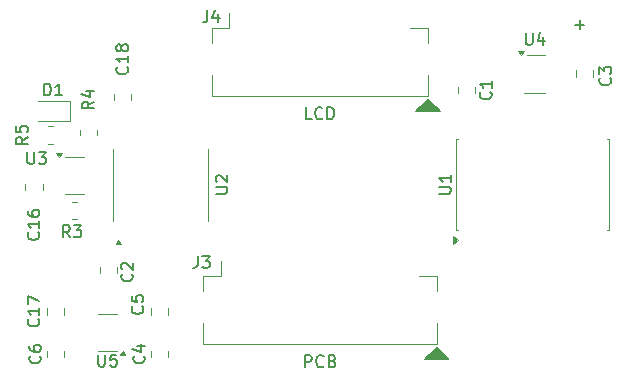
<source format=gto>
%TF.GenerationSoftware,KiCad,Pcbnew,8.0.9-8.0.9-0~ubuntu22.04.1*%
%TF.CreationDate,2025-08-19T21:28:46+02:00*%
%TF.ProjectId,KG_Disp_Adapter,4b475f44-6973-4705-9f41-646170746572,rev?*%
%TF.SameCoordinates,Original*%
%TF.FileFunction,Legend,Top*%
%TF.FilePolarity,Positive*%
%FSLAX46Y46*%
G04 Gerber Fmt 4.6, Leading zero omitted, Abs format (unit mm)*
G04 Created by KiCad (PCBNEW 8.0.9-8.0.9-0~ubuntu22.04.1) date 2025-08-19 21:28:46*
%MOMM*%
%LPD*%
G01*
G04 APERTURE LIST*
%ADD10C,0.150000*%
%ADD11C,0.120000*%
G04 APERTURE END LIST*
D10*
X165725008Y-115084999D02*
X163725008Y-115084999D01*
X164725008Y-114084999D01*
X165725008Y-115084999D01*
G36*
X165725008Y-115084999D02*
G01*
X163725008Y-115084999D01*
X164725008Y-114084999D01*
X165725008Y-115084999D01*
G37*
X166453101Y-136084999D02*
X164453101Y-136084999D01*
X165453101Y-135084999D01*
X166453101Y-136084999D01*
G36*
X166453101Y-136084999D02*
G01*
X164453101Y-136084999D01*
X165453101Y-135084999D01*
X166453101Y-136084999D01*
G37*
X177955959Y-107758865D02*
X177194055Y-107758865D01*
X177575007Y-108139818D02*
X177575007Y-107377913D01*
X154884531Y-115739818D02*
X154408341Y-115739818D01*
X154408341Y-115739818D02*
X154408341Y-114739818D01*
X155789293Y-115644579D02*
X155741674Y-115692199D01*
X155741674Y-115692199D02*
X155598817Y-115739818D01*
X155598817Y-115739818D02*
X155503579Y-115739818D01*
X155503579Y-115739818D02*
X155360722Y-115692199D01*
X155360722Y-115692199D02*
X155265484Y-115596960D01*
X155265484Y-115596960D02*
X155217865Y-115501722D01*
X155217865Y-115501722D02*
X155170246Y-115311246D01*
X155170246Y-115311246D02*
X155170246Y-115168389D01*
X155170246Y-115168389D02*
X155217865Y-114977913D01*
X155217865Y-114977913D02*
X155265484Y-114882675D01*
X155265484Y-114882675D02*
X155360722Y-114787437D01*
X155360722Y-114787437D02*
X155503579Y-114739818D01*
X155503579Y-114739818D02*
X155598817Y-114739818D01*
X155598817Y-114739818D02*
X155741674Y-114787437D01*
X155741674Y-114787437D02*
X155789293Y-114835056D01*
X156217865Y-115739818D02*
X156217865Y-114739818D01*
X156217865Y-114739818D02*
X156455960Y-114739818D01*
X156455960Y-114739818D02*
X156598817Y-114787437D01*
X156598817Y-114787437D02*
X156694055Y-114882675D01*
X156694055Y-114882675D02*
X156741674Y-114977913D01*
X156741674Y-114977913D02*
X156789293Y-115168389D01*
X156789293Y-115168389D02*
X156789293Y-115311246D01*
X156789293Y-115311246D02*
X156741674Y-115501722D01*
X156741674Y-115501722D02*
X156694055Y-115596960D01*
X156694055Y-115596960D02*
X156598817Y-115692199D01*
X156598817Y-115692199D02*
X156455960Y-115739818D01*
X156455960Y-115739818D02*
X156217865Y-115739818D01*
X154313103Y-136739818D02*
X154313103Y-135739818D01*
X154313103Y-135739818D02*
X154694055Y-135739818D01*
X154694055Y-135739818D02*
X154789293Y-135787437D01*
X154789293Y-135787437D02*
X154836912Y-135835056D01*
X154836912Y-135835056D02*
X154884531Y-135930294D01*
X154884531Y-135930294D02*
X154884531Y-136073151D01*
X154884531Y-136073151D02*
X154836912Y-136168389D01*
X154836912Y-136168389D02*
X154789293Y-136216008D01*
X154789293Y-136216008D02*
X154694055Y-136263627D01*
X154694055Y-136263627D02*
X154313103Y-136263627D01*
X155884531Y-136644579D02*
X155836912Y-136692199D01*
X155836912Y-136692199D02*
X155694055Y-136739818D01*
X155694055Y-136739818D02*
X155598817Y-136739818D01*
X155598817Y-136739818D02*
X155455960Y-136692199D01*
X155455960Y-136692199D02*
X155360722Y-136596960D01*
X155360722Y-136596960D02*
X155313103Y-136501722D01*
X155313103Y-136501722D02*
X155265484Y-136311246D01*
X155265484Y-136311246D02*
X155265484Y-136168389D01*
X155265484Y-136168389D02*
X155313103Y-135977913D01*
X155313103Y-135977913D02*
X155360722Y-135882675D01*
X155360722Y-135882675D02*
X155455960Y-135787437D01*
X155455960Y-135787437D02*
X155598817Y-135739818D01*
X155598817Y-135739818D02*
X155694055Y-135739818D01*
X155694055Y-135739818D02*
X155836912Y-135787437D01*
X155836912Y-135787437D02*
X155884531Y-135835056D01*
X156646436Y-136216008D02*
X156789293Y-136263627D01*
X156789293Y-136263627D02*
X156836912Y-136311246D01*
X156836912Y-136311246D02*
X156884531Y-136406484D01*
X156884531Y-136406484D02*
X156884531Y-136549341D01*
X156884531Y-136549341D02*
X156836912Y-136644579D01*
X156836912Y-136644579D02*
X156789293Y-136692199D01*
X156789293Y-136692199D02*
X156694055Y-136739818D01*
X156694055Y-136739818D02*
X156313103Y-136739818D01*
X156313103Y-136739818D02*
X156313103Y-135739818D01*
X156313103Y-135739818D02*
X156646436Y-135739818D01*
X156646436Y-135739818D02*
X156741674Y-135787437D01*
X156741674Y-135787437D02*
X156789293Y-135835056D01*
X156789293Y-135835056D02*
X156836912Y-135930294D01*
X156836912Y-135930294D02*
X156836912Y-136025532D01*
X156836912Y-136025532D02*
X156789293Y-136120770D01*
X156789293Y-136120770D02*
X156741674Y-136168389D01*
X156741674Y-136168389D02*
X156646436Y-136216008D01*
X156646436Y-136216008D02*
X156313103Y-136216008D01*
X180134588Y-112251665D02*
X180182208Y-112299284D01*
X180182208Y-112299284D02*
X180229827Y-112442141D01*
X180229827Y-112442141D02*
X180229827Y-112537379D01*
X180229827Y-112537379D02*
X180182208Y-112680236D01*
X180182208Y-112680236D02*
X180086969Y-112775474D01*
X180086969Y-112775474D02*
X179991731Y-112823093D01*
X179991731Y-112823093D02*
X179801255Y-112870712D01*
X179801255Y-112870712D02*
X179658398Y-112870712D01*
X179658398Y-112870712D02*
X179467922Y-112823093D01*
X179467922Y-112823093D02*
X179372684Y-112775474D01*
X179372684Y-112775474D02*
X179277446Y-112680236D01*
X179277446Y-112680236D02*
X179229827Y-112537379D01*
X179229827Y-112537379D02*
X179229827Y-112442141D01*
X179229827Y-112442141D02*
X179277446Y-112299284D01*
X179277446Y-112299284D02*
X179325065Y-112251665D01*
X179229827Y-111918331D02*
X179229827Y-111299284D01*
X179229827Y-111299284D02*
X179610779Y-111632617D01*
X179610779Y-111632617D02*
X179610779Y-111489760D01*
X179610779Y-111489760D02*
X179658398Y-111394522D01*
X179658398Y-111394522D02*
X179706017Y-111346903D01*
X179706017Y-111346903D02*
X179801255Y-111299284D01*
X179801255Y-111299284D02*
X180039350Y-111299284D01*
X180039350Y-111299284D02*
X180134588Y-111346903D01*
X180134588Y-111346903D02*
X180182208Y-111394522D01*
X180182208Y-111394522D02*
X180229827Y-111489760D01*
X180229827Y-111489760D02*
X180229827Y-111775474D01*
X180229827Y-111775474D02*
X180182208Y-111870712D01*
X180182208Y-111870712D02*
X180134588Y-111918331D01*
X139247088Y-111327856D02*
X139294708Y-111375475D01*
X139294708Y-111375475D02*
X139342327Y-111518332D01*
X139342327Y-111518332D02*
X139342327Y-111613570D01*
X139342327Y-111613570D02*
X139294708Y-111756427D01*
X139294708Y-111756427D02*
X139199469Y-111851665D01*
X139199469Y-111851665D02*
X139104231Y-111899284D01*
X139104231Y-111899284D02*
X138913755Y-111946903D01*
X138913755Y-111946903D02*
X138770898Y-111946903D01*
X138770898Y-111946903D02*
X138580422Y-111899284D01*
X138580422Y-111899284D02*
X138485184Y-111851665D01*
X138485184Y-111851665D02*
X138389946Y-111756427D01*
X138389946Y-111756427D02*
X138342327Y-111613570D01*
X138342327Y-111613570D02*
X138342327Y-111518332D01*
X138342327Y-111518332D02*
X138389946Y-111375475D01*
X138389946Y-111375475D02*
X138437565Y-111327856D01*
X139342327Y-110375475D02*
X139342327Y-110946903D01*
X139342327Y-110661189D02*
X138342327Y-110661189D01*
X138342327Y-110661189D02*
X138485184Y-110756427D01*
X138485184Y-110756427D02*
X138580422Y-110851665D01*
X138580422Y-110851665D02*
X138628041Y-110946903D01*
X138770898Y-109804046D02*
X138723279Y-109899284D01*
X138723279Y-109899284D02*
X138675660Y-109946903D01*
X138675660Y-109946903D02*
X138580422Y-109994522D01*
X138580422Y-109994522D02*
X138532803Y-109994522D01*
X138532803Y-109994522D02*
X138437565Y-109946903D01*
X138437565Y-109946903D02*
X138389946Y-109899284D01*
X138389946Y-109899284D02*
X138342327Y-109804046D01*
X138342327Y-109804046D02*
X138342327Y-109613570D01*
X138342327Y-109613570D02*
X138389946Y-109518332D01*
X138389946Y-109518332D02*
X138437565Y-109470713D01*
X138437565Y-109470713D02*
X138532803Y-109423094D01*
X138532803Y-109423094D02*
X138580422Y-109423094D01*
X138580422Y-109423094D02*
X138675660Y-109470713D01*
X138675660Y-109470713D02*
X138723279Y-109518332D01*
X138723279Y-109518332D02*
X138770898Y-109613570D01*
X138770898Y-109613570D02*
X138770898Y-109804046D01*
X138770898Y-109804046D02*
X138818517Y-109899284D01*
X138818517Y-109899284D02*
X138866136Y-109946903D01*
X138866136Y-109946903D02*
X138961374Y-109994522D01*
X138961374Y-109994522D02*
X139151850Y-109994522D01*
X139151850Y-109994522D02*
X139247088Y-109946903D01*
X139247088Y-109946903D02*
X139294708Y-109899284D01*
X139294708Y-109899284D02*
X139342327Y-109804046D01*
X139342327Y-109804046D02*
X139342327Y-109613570D01*
X139342327Y-109613570D02*
X139294708Y-109518332D01*
X139294708Y-109518332D02*
X139247088Y-109470713D01*
X139247088Y-109470713D02*
X139151850Y-109423094D01*
X139151850Y-109423094D02*
X138961374Y-109423094D01*
X138961374Y-109423094D02*
X138866136Y-109470713D01*
X138866136Y-109470713D02*
X138818517Y-109518332D01*
X138818517Y-109518332D02*
X138770898Y-109613570D01*
X139647088Y-128851665D02*
X139694708Y-128899284D01*
X139694708Y-128899284D02*
X139742327Y-129042141D01*
X139742327Y-129042141D02*
X139742327Y-129137379D01*
X139742327Y-129137379D02*
X139694708Y-129280236D01*
X139694708Y-129280236D02*
X139599469Y-129375474D01*
X139599469Y-129375474D02*
X139504231Y-129423093D01*
X139504231Y-129423093D02*
X139313755Y-129470712D01*
X139313755Y-129470712D02*
X139170898Y-129470712D01*
X139170898Y-129470712D02*
X138980422Y-129423093D01*
X138980422Y-129423093D02*
X138885184Y-129375474D01*
X138885184Y-129375474D02*
X138789946Y-129280236D01*
X138789946Y-129280236D02*
X138742327Y-129137379D01*
X138742327Y-129137379D02*
X138742327Y-129042141D01*
X138742327Y-129042141D02*
X138789946Y-128899284D01*
X138789946Y-128899284D02*
X138837565Y-128851665D01*
X138837565Y-128470712D02*
X138789946Y-128423093D01*
X138789946Y-128423093D02*
X138742327Y-128327855D01*
X138742327Y-128327855D02*
X138742327Y-128089760D01*
X138742327Y-128089760D02*
X138789946Y-127994522D01*
X138789946Y-127994522D02*
X138837565Y-127946903D01*
X138837565Y-127946903D02*
X138932803Y-127899284D01*
X138932803Y-127899284D02*
X139028041Y-127899284D01*
X139028041Y-127899284D02*
X139170898Y-127946903D01*
X139170898Y-127946903D02*
X139742327Y-128518331D01*
X139742327Y-128518331D02*
X139742327Y-127899284D01*
X130813103Y-118539818D02*
X130813103Y-119349341D01*
X130813103Y-119349341D02*
X130860722Y-119444579D01*
X130860722Y-119444579D02*
X130908341Y-119492199D01*
X130908341Y-119492199D02*
X131003579Y-119539818D01*
X131003579Y-119539818D02*
X131194055Y-119539818D01*
X131194055Y-119539818D02*
X131289293Y-119492199D01*
X131289293Y-119492199D02*
X131336912Y-119444579D01*
X131336912Y-119444579D02*
X131384531Y-119349341D01*
X131384531Y-119349341D02*
X131384531Y-118539818D01*
X131765484Y-118539818D02*
X132384531Y-118539818D01*
X132384531Y-118539818D02*
X132051198Y-118920770D01*
X132051198Y-118920770D02*
X132194055Y-118920770D01*
X132194055Y-118920770D02*
X132289293Y-118968389D01*
X132289293Y-118968389D02*
X132336912Y-119016008D01*
X132336912Y-119016008D02*
X132384531Y-119111246D01*
X132384531Y-119111246D02*
X132384531Y-119349341D01*
X132384531Y-119349341D02*
X132336912Y-119444579D01*
X132336912Y-119444579D02*
X132289293Y-119492199D01*
X132289293Y-119492199D02*
X132194055Y-119539818D01*
X132194055Y-119539818D02*
X131908341Y-119539818D01*
X131908341Y-119539818D02*
X131813103Y-119492199D01*
X131813103Y-119492199D02*
X131765484Y-119444579D01*
X131734588Y-125327856D02*
X131782208Y-125375475D01*
X131782208Y-125375475D02*
X131829827Y-125518332D01*
X131829827Y-125518332D02*
X131829827Y-125613570D01*
X131829827Y-125613570D02*
X131782208Y-125756427D01*
X131782208Y-125756427D02*
X131686969Y-125851665D01*
X131686969Y-125851665D02*
X131591731Y-125899284D01*
X131591731Y-125899284D02*
X131401255Y-125946903D01*
X131401255Y-125946903D02*
X131258398Y-125946903D01*
X131258398Y-125946903D02*
X131067922Y-125899284D01*
X131067922Y-125899284D02*
X130972684Y-125851665D01*
X130972684Y-125851665D02*
X130877446Y-125756427D01*
X130877446Y-125756427D02*
X130829827Y-125613570D01*
X130829827Y-125613570D02*
X130829827Y-125518332D01*
X130829827Y-125518332D02*
X130877446Y-125375475D01*
X130877446Y-125375475D02*
X130925065Y-125327856D01*
X131829827Y-124375475D02*
X131829827Y-124946903D01*
X131829827Y-124661189D02*
X130829827Y-124661189D01*
X130829827Y-124661189D02*
X130972684Y-124756427D01*
X130972684Y-124756427D02*
X131067922Y-124851665D01*
X131067922Y-124851665D02*
X131115541Y-124946903D01*
X130829827Y-123518332D02*
X130829827Y-123708808D01*
X130829827Y-123708808D02*
X130877446Y-123804046D01*
X130877446Y-123804046D02*
X130925065Y-123851665D01*
X130925065Y-123851665D02*
X131067922Y-123946903D01*
X131067922Y-123946903D02*
X131258398Y-123994522D01*
X131258398Y-123994522D02*
X131639350Y-123994522D01*
X131639350Y-123994522D02*
X131734588Y-123946903D01*
X131734588Y-123946903D02*
X131782208Y-123899284D01*
X131782208Y-123899284D02*
X131829827Y-123804046D01*
X131829827Y-123804046D02*
X131829827Y-123613570D01*
X131829827Y-123613570D02*
X131782208Y-123518332D01*
X131782208Y-123518332D02*
X131734588Y-123470713D01*
X131734588Y-123470713D02*
X131639350Y-123423094D01*
X131639350Y-123423094D02*
X131401255Y-123423094D01*
X131401255Y-123423094D02*
X131306017Y-123470713D01*
X131306017Y-123470713D02*
X131258398Y-123518332D01*
X131258398Y-123518332D02*
X131210779Y-123613570D01*
X131210779Y-123613570D02*
X131210779Y-123804046D01*
X131210779Y-123804046D02*
X131258398Y-123899284D01*
X131258398Y-123899284D02*
X131306017Y-123946903D01*
X131306017Y-123946903D02*
X131401255Y-123994522D01*
X140534588Y-131601665D02*
X140582208Y-131649284D01*
X140582208Y-131649284D02*
X140629827Y-131792141D01*
X140629827Y-131792141D02*
X140629827Y-131887379D01*
X140629827Y-131887379D02*
X140582208Y-132030236D01*
X140582208Y-132030236D02*
X140486969Y-132125474D01*
X140486969Y-132125474D02*
X140391731Y-132173093D01*
X140391731Y-132173093D02*
X140201255Y-132220712D01*
X140201255Y-132220712D02*
X140058398Y-132220712D01*
X140058398Y-132220712D02*
X139867922Y-132173093D01*
X139867922Y-132173093D02*
X139772684Y-132125474D01*
X139772684Y-132125474D02*
X139677446Y-132030236D01*
X139677446Y-132030236D02*
X139629827Y-131887379D01*
X139629827Y-131887379D02*
X139629827Y-131792141D01*
X139629827Y-131792141D02*
X139677446Y-131649284D01*
X139677446Y-131649284D02*
X139725065Y-131601665D01*
X139629827Y-130696903D02*
X139629827Y-131173093D01*
X139629827Y-131173093D02*
X140106017Y-131220712D01*
X140106017Y-131220712D02*
X140058398Y-131173093D01*
X140058398Y-131173093D02*
X140010779Y-131077855D01*
X140010779Y-131077855D02*
X140010779Y-130839760D01*
X140010779Y-130839760D02*
X140058398Y-130744522D01*
X140058398Y-130744522D02*
X140106017Y-130696903D01*
X140106017Y-130696903D02*
X140201255Y-130649284D01*
X140201255Y-130649284D02*
X140439350Y-130649284D01*
X140439350Y-130649284D02*
X140534588Y-130696903D01*
X140534588Y-130696903D02*
X140582208Y-130744522D01*
X140582208Y-130744522D02*
X140629827Y-130839760D01*
X140629827Y-130839760D02*
X140629827Y-131077855D01*
X140629827Y-131077855D02*
X140582208Y-131173093D01*
X140582208Y-131173093D02*
X140534588Y-131220712D01*
X146742327Y-122046903D02*
X147551850Y-122046903D01*
X147551850Y-122046903D02*
X147647088Y-121999284D01*
X147647088Y-121999284D02*
X147694708Y-121951665D01*
X147694708Y-121951665D02*
X147742327Y-121856427D01*
X147742327Y-121856427D02*
X147742327Y-121665951D01*
X147742327Y-121665951D02*
X147694708Y-121570713D01*
X147694708Y-121570713D02*
X147647088Y-121523094D01*
X147647088Y-121523094D02*
X147551850Y-121475475D01*
X147551850Y-121475475D02*
X146742327Y-121475475D01*
X146837565Y-121046903D02*
X146789946Y-120999284D01*
X146789946Y-120999284D02*
X146742327Y-120904046D01*
X146742327Y-120904046D02*
X146742327Y-120665951D01*
X146742327Y-120665951D02*
X146789946Y-120570713D01*
X146789946Y-120570713D02*
X146837565Y-120523094D01*
X146837565Y-120523094D02*
X146932803Y-120475475D01*
X146932803Y-120475475D02*
X147028041Y-120475475D01*
X147028041Y-120475475D02*
X147170898Y-120523094D01*
X147170898Y-120523094D02*
X147742327Y-121094522D01*
X147742327Y-121094522D02*
X147742327Y-120475475D01*
X130829827Y-117251665D02*
X130353636Y-117584998D01*
X130829827Y-117823093D02*
X129829827Y-117823093D01*
X129829827Y-117823093D02*
X129829827Y-117442141D01*
X129829827Y-117442141D02*
X129877446Y-117346903D01*
X129877446Y-117346903D02*
X129925065Y-117299284D01*
X129925065Y-117299284D02*
X130020303Y-117251665D01*
X130020303Y-117251665D02*
X130163160Y-117251665D01*
X130163160Y-117251665D02*
X130258398Y-117299284D01*
X130258398Y-117299284D02*
X130306017Y-117346903D01*
X130306017Y-117346903D02*
X130353636Y-117442141D01*
X130353636Y-117442141D02*
X130353636Y-117823093D01*
X129829827Y-116346903D02*
X129829827Y-116823093D01*
X129829827Y-116823093D02*
X130306017Y-116870712D01*
X130306017Y-116870712D02*
X130258398Y-116823093D01*
X130258398Y-116823093D02*
X130210779Y-116727855D01*
X130210779Y-116727855D02*
X130210779Y-116489760D01*
X130210779Y-116489760D02*
X130258398Y-116394522D01*
X130258398Y-116394522D02*
X130306017Y-116346903D01*
X130306017Y-116346903D02*
X130401255Y-116299284D01*
X130401255Y-116299284D02*
X130639350Y-116299284D01*
X130639350Y-116299284D02*
X130734588Y-116346903D01*
X130734588Y-116346903D02*
X130782208Y-116394522D01*
X130782208Y-116394522D02*
X130829827Y-116489760D01*
X130829827Y-116489760D02*
X130829827Y-116727855D01*
X130829827Y-116727855D02*
X130782208Y-116823093D01*
X130782208Y-116823093D02*
X130734588Y-116870712D01*
X140654588Y-135801665D02*
X140702208Y-135849284D01*
X140702208Y-135849284D02*
X140749827Y-135992141D01*
X140749827Y-135992141D02*
X140749827Y-136087379D01*
X140749827Y-136087379D02*
X140702208Y-136230236D01*
X140702208Y-136230236D02*
X140606969Y-136325474D01*
X140606969Y-136325474D02*
X140511731Y-136373093D01*
X140511731Y-136373093D02*
X140321255Y-136420712D01*
X140321255Y-136420712D02*
X140178398Y-136420712D01*
X140178398Y-136420712D02*
X139987922Y-136373093D01*
X139987922Y-136373093D02*
X139892684Y-136325474D01*
X139892684Y-136325474D02*
X139797446Y-136230236D01*
X139797446Y-136230236D02*
X139749827Y-136087379D01*
X139749827Y-136087379D02*
X139749827Y-135992141D01*
X139749827Y-135992141D02*
X139797446Y-135849284D01*
X139797446Y-135849284D02*
X139845065Y-135801665D01*
X140083160Y-134944522D02*
X140749827Y-134944522D01*
X139702208Y-135182617D02*
X140416493Y-135420712D01*
X140416493Y-135420712D02*
X140416493Y-134801665D01*
X173013103Y-108439818D02*
X173013103Y-109249341D01*
X173013103Y-109249341D02*
X173060722Y-109344579D01*
X173060722Y-109344579D02*
X173108341Y-109392199D01*
X173108341Y-109392199D02*
X173203579Y-109439818D01*
X173203579Y-109439818D02*
X173394055Y-109439818D01*
X173394055Y-109439818D02*
X173489293Y-109392199D01*
X173489293Y-109392199D02*
X173536912Y-109344579D01*
X173536912Y-109344579D02*
X173584531Y-109249341D01*
X173584531Y-109249341D02*
X173584531Y-108439818D01*
X174489293Y-108773151D02*
X174489293Y-109439818D01*
X174251198Y-108392199D02*
X174013103Y-109106484D01*
X174013103Y-109106484D02*
X174632150Y-109106484D01*
X165679827Y-122046903D02*
X166489350Y-122046903D01*
X166489350Y-122046903D02*
X166584588Y-121999284D01*
X166584588Y-121999284D02*
X166632208Y-121951665D01*
X166632208Y-121951665D02*
X166679827Y-121856427D01*
X166679827Y-121856427D02*
X166679827Y-121665951D01*
X166679827Y-121665951D02*
X166632208Y-121570713D01*
X166632208Y-121570713D02*
X166584588Y-121523094D01*
X166584588Y-121523094D02*
X166489350Y-121475475D01*
X166489350Y-121475475D02*
X165679827Y-121475475D01*
X166679827Y-120475475D02*
X166679827Y-121046903D01*
X166679827Y-120761189D02*
X165679827Y-120761189D01*
X165679827Y-120761189D02*
X165822684Y-120856427D01*
X165822684Y-120856427D02*
X165917922Y-120951665D01*
X165917922Y-120951665D02*
X165965541Y-121046903D01*
X136813103Y-135689818D02*
X136813103Y-136499341D01*
X136813103Y-136499341D02*
X136860722Y-136594579D01*
X136860722Y-136594579D02*
X136908341Y-136642199D01*
X136908341Y-136642199D02*
X137003579Y-136689818D01*
X137003579Y-136689818D02*
X137194055Y-136689818D01*
X137194055Y-136689818D02*
X137289293Y-136642199D01*
X137289293Y-136642199D02*
X137336912Y-136594579D01*
X137336912Y-136594579D02*
X137384531Y-136499341D01*
X137384531Y-136499341D02*
X137384531Y-135689818D01*
X138336912Y-135689818D02*
X137860722Y-135689818D01*
X137860722Y-135689818D02*
X137813103Y-136166008D01*
X137813103Y-136166008D02*
X137860722Y-136118389D01*
X137860722Y-136118389D02*
X137955960Y-136070770D01*
X137955960Y-136070770D02*
X138194055Y-136070770D01*
X138194055Y-136070770D02*
X138289293Y-136118389D01*
X138289293Y-136118389D02*
X138336912Y-136166008D01*
X138336912Y-136166008D02*
X138384531Y-136261246D01*
X138384531Y-136261246D02*
X138384531Y-136499341D01*
X138384531Y-136499341D02*
X138336912Y-136594579D01*
X138336912Y-136594579D02*
X138289293Y-136642199D01*
X138289293Y-136642199D02*
X138194055Y-136689818D01*
X138194055Y-136689818D02*
X137955960Y-136689818D01*
X137955960Y-136689818D02*
X137860722Y-136642199D01*
X137860722Y-136642199D02*
X137813103Y-136594579D01*
X132236913Y-113739818D02*
X132236913Y-112739818D01*
X132236913Y-112739818D02*
X132475008Y-112739818D01*
X132475008Y-112739818D02*
X132617865Y-112787437D01*
X132617865Y-112787437D02*
X132713103Y-112882675D01*
X132713103Y-112882675D02*
X132760722Y-112977913D01*
X132760722Y-112977913D02*
X132808341Y-113168389D01*
X132808341Y-113168389D02*
X132808341Y-113311246D01*
X132808341Y-113311246D02*
X132760722Y-113501722D01*
X132760722Y-113501722D02*
X132713103Y-113596960D01*
X132713103Y-113596960D02*
X132617865Y-113692199D01*
X132617865Y-113692199D02*
X132475008Y-113739818D01*
X132475008Y-113739818D02*
X132236913Y-113739818D01*
X133760722Y-113739818D02*
X133189294Y-113739818D01*
X133475008Y-113739818D02*
X133475008Y-112739818D01*
X133475008Y-112739818D02*
X133379770Y-112882675D01*
X133379770Y-112882675D02*
X133284532Y-112977913D01*
X133284532Y-112977913D02*
X133189294Y-113025532D01*
X146041674Y-106539818D02*
X146041674Y-107254103D01*
X146041674Y-107254103D02*
X145994055Y-107396960D01*
X145994055Y-107396960D02*
X145898817Y-107492199D01*
X145898817Y-107492199D02*
X145755960Y-107539818D01*
X145755960Y-107539818D02*
X145660722Y-107539818D01*
X146946436Y-106873151D02*
X146946436Y-107539818D01*
X146708341Y-106492199D02*
X146470246Y-107206484D01*
X146470246Y-107206484D02*
X147089293Y-107206484D01*
X131854588Y-135801665D02*
X131902208Y-135849284D01*
X131902208Y-135849284D02*
X131949827Y-135992141D01*
X131949827Y-135992141D02*
X131949827Y-136087379D01*
X131949827Y-136087379D02*
X131902208Y-136230236D01*
X131902208Y-136230236D02*
X131806969Y-136325474D01*
X131806969Y-136325474D02*
X131711731Y-136373093D01*
X131711731Y-136373093D02*
X131521255Y-136420712D01*
X131521255Y-136420712D02*
X131378398Y-136420712D01*
X131378398Y-136420712D02*
X131187922Y-136373093D01*
X131187922Y-136373093D02*
X131092684Y-136325474D01*
X131092684Y-136325474D02*
X130997446Y-136230236D01*
X130997446Y-136230236D02*
X130949827Y-136087379D01*
X130949827Y-136087379D02*
X130949827Y-135992141D01*
X130949827Y-135992141D02*
X130997446Y-135849284D01*
X130997446Y-135849284D02*
X131045065Y-135801665D01*
X130949827Y-134944522D02*
X130949827Y-135134998D01*
X130949827Y-135134998D02*
X130997446Y-135230236D01*
X130997446Y-135230236D02*
X131045065Y-135277855D01*
X131045065Y-135277855D02*
X131187922Y-135373093D01*
X131187922Y-135373093D02*
X131378398Y-135420712D01*
X131378398Y-135420712D02*
X131759350Y-135420712D01*
X131759350Y-135420712D02*
X131854588Y-135373093D01*
X131854588Y-135373093D02*
X131902208Y-135325474D01*
X131902208Y-135325474D02*
X131949827Y-135230236D01*
X131949827Y-135230236D02*
X131949827Y-135039760D01*
X131949827Y-135039760D02*
X131902208Y-134944522D01*
X131902208Y-134944522D02*
X131854588Y-134896903D01*
X131854588Y-134896903D02*
X131759350Y-134849284D01*
X131759350Y-134849284D02*
X131521255Y-134849284D01*
X131521255Y-134849284D02*
X131426017Y-134896903D01*
X131426017Y-134896903D02*
X131378398Y-134944522D01*
X131378398Y-134944522D02*
X131330779Y-135039760D01*
X131330779Y-135039760D02*
X131330779Y-135230236D01*
X131330779Y-135230236D02*
X131378398Y-135325474D01*
X131378398Y-135325474D02*
X131426017Y-135373093D01*
X131426017Y-135373093D02*
X131521255Y-135420712D01*
X131734588Y-132677856D02*
X131782208Y-132725475D01*
X131782208Y-132725475D02*
X131829827Y-132868332D01*
X131829827Y-132868332D02*
X131829827Y-132963570D01*
X131829827Y-132963570D02*
X131782208Y-133106427D01*
X131782208Y-133106427D02*
X131686969Y-133201665D01*
X131686969Y-133201665D02*
X131591731Y-133249284D01*
X131591731Y-133249284D02*
X131401255Y-133296903D01*
X131401255Y-133296903D02*
X131258398Y-133296903D01*
X131258398Y-133296903D02*
X131067922Y-133249284D01*
X131067922Y-133249284D02*
X130972684Y-133201665D01*
X130972684Y-133201665D02*
X130877446Y-133106427D01*
X130877446Y-133106427D02*
X130829827Y-132963570D01*
X130829827Y-132963570D02*
X130829827Y-132868332D01*
X130829827Y-132868332D02*
X130877446Y-132725475D01*
X130877446Y-132725475D02*
X130925065Y-132677856D01*
X131829827Y-131725475D02*
X131829827Y-132296903D01*
X131829827Y-132011189D02*
X130829827Y-132011189D01*
X130829827Y-132011189D02*
X130972684Y-132106427D01*
X130972684Y-132106427D02*
X131067922Y-132201665D01*
X131067922Y-132201665D02*
X131115541Y-132296903D01*
X130829827Y-131392141D02*
X130829827Y-130725475D01*
X130829827Y-130725475D02*
X131829827Y-131154046D01*
X170014588Y-113451665D02*
X170062208Y-113499284D01*
X170062208Y-113499284D02*
X170109827Y-113642141D01*
X170109827Y-113642141D02*
X170109827Y-113737379D01*
X170109827Y-113737379D02*
X170062208Y-113880236D01*
X170062208Y-113880236D02*
X169966969Y-113975474D01*
X169966969Y-113975474D02*
X169871731Y-114023093D01*
X169871731Y-114023093D02*
X169681255Y-114070712D01*
X169681255Y-114070712D02*
X169538398Y-114070712D01*
X169538398Y-114070712D02*
X169347922Y-114023093D01*
X169347922Y-114023093D02*
X169252684Y-113975474D01*
X169252684Y-113975474D02*
X169157446Y-113880236D01*
X169157446Y-113880236D02*
X169109827Y-113737379D01*
X169109827Y-113737379D02*
X169109827Y-113642141D01*
X169109827Y-113642141D02*
X169157446Y-113499284D01*
X169157446Y-113499284D02*
X169205065Y-113451665D01*
X170109827Y-112499284D02*
X170109827Y-113070712D01*
X170109827Y-112784998D02*
X169109827Y-112784998D01*
X169109827Y-112784998D02*
X169252684Y-112880236D01*
X169252684Y-112880236D02*
X169347922Y-112975474D01*
X169347922Y-112975474D02*
X169395541Y-113070712D01*
X134408341Y-125739818D02*
X134075008Y-125263627D01*
X133836913Y-125739818D02*
X133836913Y-124739818D01*
X133836913Y-124739818D02*
X134217865Y-124739818D01*
X134217865Y-124739818D02*
X134313103Y-124787437D01*
X134313103Y-124787437D02*
X134360722Y-124835056D01*
X134360722Y-124835056D02*
X134408341Y-124930294D01*
X134408341Y-124930294D02*
X134408341Y-125073151D01*
X134408341Y-125073151D02*
X134360722Y-125168389D01*
X134360722Y-125168389D02*
X134313103Y-125216008D01*
X134313103Y-125216008D02*
X134217865Y-125263627D01*
X134217865Y-125263627D02*
X133836913Y-125263627D01*
X134741675Y-124739818D02*
X135360722Y-124739818D01*
X135360722Y-124739818D02*
X135027389Y-125120770D01*
X135027389Y-125120770D02*
X135170246Y-125120770D01*
X135170246Y-125120770D02*
X135265484Y-125168389D01*
X135265484Y-125168389D02*
X135313103Y-125216008D01*
X135313103Y-125216008D02*
X135360722Y-125311246D01*
X135360722Y-125311246D02*
X135360722Y-125549341D01*
X135360722Y-125549341D02*
X135313103Y-125644579D01*
X135313103Y-125644579D02*
X135265484Y-125692199D01*
X135265484Y-125692199D02*
X135170246Y-125739818D01*
X135170246Y-125739818D02*
X134884532Y-125739818D01*
X134884532Y-125739818D02*
X134789294Y-125692199D01*
X134789294Y-125692199D02*
X134741675Y-125644579D01*
X145241674Y-127339818D02*
X145241674Y-128054103D01*
X145241674Y-128054103D02*
X145194055Y-128196960D01*
X145194055Y-128196960D02*
X145098817Y-128292199D01*
X145098817Y-128292199D02*
X144955960Y-128339818D01*
X144955960Y-128339818D02*
X144860722Y-128339818D01*
X145622627Y-127339818D02*
X146241674Y-127339818D01*
X146241674Y-127339818D02*
X145908341Y-127720770D01*
X145908341Y-127720770D02*
X146051198Y-127720770D01*
X146051198Y-127720770D02*
X146146436Y-127768389D01*
X146146436Y-127768389D02*
X146194055Y-127816008D01*
X146194055Y-127816008D02*
X146241674Y-127911246D01*
X146241674Y-127911246D02*
X146241674Y-128149341D01*
X146241674Y-128149341D02*
X146194055Y-128244579D01*
X146194055Y-128244579D02*
X146146436Y-128292199D01*
X146146436Y-128292199D02*
X146051198Y-128339818D01*
X146051198Y-128339818D02*
X145765484Y-128339818D01*
X145765484Y-128339818D02*
X145670246Y-128292199D01*
X145670246Y-128292199D02*
X145622627Y-128244579D01*
X136429827Y-114251665D02*
X135953636Y-114584998D01*
X136429827Y-114823093D02*
X135429827Y-114823093D01*
X135429827Y-114823093D02*
X135429827Y-114442141D01*
X135429827Y-114442141D02*
X135477446Y-114346903D01*
X135477446Y-114346903D02*
X135525065Y-114299284D01*
X135525065Y-114299284D02*
X135620303Y-114251665D01*
X135620303Y-114251665D02*
X135763160Y-114251665D01*
X135763160Y-114251665D02*
X135858398Y-114299284D01*
X135858398Y-114299284D02*
X135906017Y-114346903D01*
X135906017Y-114346903D02*
X135953636Y-114442141D01*
X135953636Y-114442141D02*
X135953636Y-114823093D01*
X135763160Y-113394522D02*
X136429827Y-113394522D01*
X135382208Y-113632617D02*
X136096493Y-113870712D01*
X136096493Y-113870712D02*
X136096493Y-113251665D01*
D11*
%TO.C,C3*%
X177240008Y-112146251D02*
X177240008Y-111623747D01*
X178710008Y-112146251D02*
X178710008Y-111623747D01*
%TO.C,C18*%
X138152508Y-114146251D02*
X138152508Y-113623747D01*
X139622508Y-114146251D02*
X139622508Y-113623747D01*
%TO.C,C2*%
X136952508Y-128746251D02*
X136952508Y-128223747D01*
X138422508Y-128746251D02*
X138422508Y-128223747D01*
%TO.C,U3*%
X134775008Y-118924999D02*
X133975008Y-118924999D01*
X134775008Y-118924999D02*
X135575008Y-118924999D01*
X134775008Y-122044999D02*
X133975008Y-122044999D01*
X134775008Y-122044999D02*
X135575008Y-122044999D01*
X133475008Y-118974999D02*
X133235008Y-118644999D01*
X133715008Y-118644999D01*
X133475008Y-118974999D01*
G36*
X133475008Y-118974999D02*
G01*
X133235008Y-118644999D01*
X133715008Y-118644999D01*
X133475008Y-118974999D01*
G37*
%TO.C,C16*%
X130640008Y-121746251D02*
X130640008Y-121223747D01*
X132110008Y-121746251D02*
X132110008Y-121223747D01*
%TO.C,C5*%
X141240008Y-131773747D02*
X141240008Y-132296251D01*
X142710008Y-131773747D02*
X142710008Y-132296251D01*
%TO.C,U2*%
X138052508Y-121284999D02*
X138052508Y-118234999D01*
X138052508Y-121284999D02*
X138052508Y-124334999D01*
X146122508Y-121284999D02*
X146122508Y-118234999D01*
X146122508Y-121284999D02*
X146122508Y-124334999D01*
X138752508Y-126324999D02*
X138272508Y-126324999D01*
X138512508Y-125994999D01*
X138752508Y-126324999D01*
G36*
X138752508Y-126324999D02*
G01*
X138272508Y-126324999D01*
X138512508Y-125994999D01*
X138752508Y-126324999D01*
G37*
%TO.C,R5*%
X132547944Y-116349999D02*
X133002072Y-116349999D01*
X132547944Y-117819999D02*
X133002072Y-117819999D01*
%TO.C,C4*%
X141240008Y-135896251D02*
X141240008Y-135373747D01*
X142710008Y-135896251D02*
X142710008Y-135373747D01*
%TO.C,U4*%
X172875008Y-113494999D02*
X174675008Y-113494999D01*
X173875008Y-110274999D02*
X173075008Y-110274999D01*
X173875008Y-110274999D02*
X174675008Y-110274999D01*
X172575008Y-110324999D02*
X172335008Y-109994999D01*
X172815008Y-109994999D01*
X172575008Y-110324999D01*
G36*
X172575008Y-110324999D02*
G01*
X172335008Y-109994999D01*
X172815008Y-109994999D01*
X172575008Y-110324999D01*
G37*
%TO.C,U1*%
X167065008Y-117424999D02*
X167300008Y-117424999D01*
X167065008Y-121284999D02*
X167065008Y-117424999D01*
X167065008Y-121284999D02*
X167065008Y-125144999D01*
X167065008Y-125144999D02*
X167300008Y-125144999D01*
X180085008Y-117424999D02*
X179850008Y-117424999D01*
X180085008Y-121284999D02*
X180085008Y-117424999D01*
X180085008Y-121284999D02*
X180085008Y-125144999D01*
X180085008Y-125144999D02*
X179850008Y-125144999D01*
X167300008Y-125997499D02*
X166830008Y-126337499D01*
X166830008Y-125657499D01*
X167300008Y-125997499D01*
G36*
X167300008Y-125997499D02*
G01*
X166830008Y-126337499D01*
X166830008Y-125657499D01*
X167300008Y-125997499D01*
G37*
%TO.C,U5*%
X137575008Y-132274999D02*
X136775008Y-132274999D01*
X137575008Y-132274999D02*
X138375008Y-132274999D01*
X137575008Y-135394999D02*
X136775008Y-135394999D01*
X137575008Y-135394999D02*
X138375008Y-135394999D01*
X139115008Y-135674999D02*
X138635008Y-135674999D01*
X138875008Y-135344999D01*
X139115008Y-135674999D01*
G36*
X139115008Y-135674999D02*
G01*
X138635008Y-135674999D01*
X138875008Y-135344999D01*
X139115008Y-135674999D01*
G37*
%TO.C,D1*%
X134385008Y-114234999D02*
X131725008Y-114234999D01*
X134385008Y-115934999D02*
X131725008Y-115934999D01*
X134385008Y-115934999D02*
X134385008Y-114234999D01*
%TO.C,J4*%
X146425008Y-107984999D02*
X146425008Y-109324999D01*
X146425008Y-112044999D02*
X146425008Y-113784999D01*
X146425008Y-113784999D02*
X164725008Y-113784999D01*
X147915008Y-107984999D02*
X146425008Y-107984999D01*
X147915008Y-107984999D02*
X147915008Y-106784999D01*
X163235008Y-107984999D02*
X164725008Y-107984999D01*
X164725008Y-107984999D02*
X164725008Y-109324999D01*
X164725008Y-113784999D02*
X164725008Y-112044999D01*
%TO.C,C6*%
X132440008Y-135896251D02*
X132440008Y-135373747D01*
X133910008Y-135896251D02*
X133910008Y-135373747D01*
%TO.C,C17*%
X132440008Y-131773747D02*
X132440008Y-132296251D01*
X133910008Y-131773747D02*
X133910008Y-132296251D01*
%TO.C,C1*%
X167240008Y-113023747D02*
X167240008Y-113546251D01*
X168710008Y-113023747D02*
X168710008Y-113546251D01*
%TO.C,R3*%
X134547944Y-122749999D02*
X135002072Y-122749999D01*
X134547944Y-124219999D02*
X135002072Y-124219999D01*
%TO.C,J3*%
X145675008Y-128984999D02*
X145675008Y-130324999D01*
X145675008Y-133044999D02*
X145675008Y-134784999D01*
X145675008Y-134784999D02*
X165475008Y-134784999D01*
X147165008Y-128984999D02*
X145675008Y-128984999D01*
X147165008Y-128984999D02*
X147165008Y-127784999D01*
X163985008Y-128984999D02*
X165475008Y-128984999D01*
X165475008Y-128984999D02*
X165475008Y-130324999D01*
X165475008Y-134784999D02*
X165475008Y-133044999D01*
%TO.C,R4*%
X135240008Y-116657935D02*
X135240008Y-117112063D01*
X136710008Y-116657935D02*
X136710008Y-117112063D01*
%TD*%
M02*

</source>
